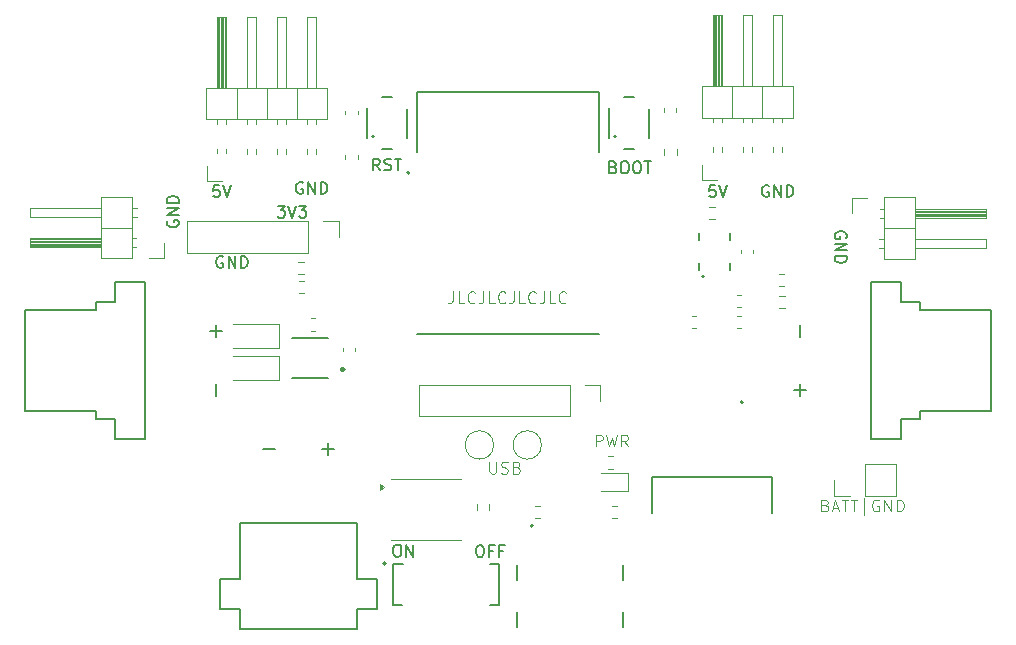
<source format=gbr>
%TF.GenerationSoftware,KiCad,Pcbnew,8.0.5*%
%TF.CreationDate,2024-10-31T19:08:10-07:00*%
%TF.ProjectId,PIG-19,5049472d-3139-42e6-9b69-6361645f7063,rev?*%
%TF.SameCoordinates,Original*%
%TF.FileFunction,Legend,Top*%
%TF.FilePolarity,Positive*%
%FSLAX46Y46*%
G04 Gerber Fmt 4.6, Leading zero omitted, Abs format (unit mm)*
G04 Created by KiCad (PCBNEW 8.0.5) date 2024-10-31 19:08:10*
%MOMM*%
%LPD*%
G01*
G04 APERTURE LIST*
%ADD10C,0.100000*%
%ADD11C,0.150000*%
%ADD12C,0.120000*%
%ADD13C,0.200000*%
%ADD14C,0.127000*%
%ADD15C,0.250000*%
G04 APERTURE END LIST*
D10*
X186737217Y-90348609D02*
X186880074Y-90396228D01*
X186880074Y-90396228D02*
X186927693Y-90443847D01*
X186927693Y-90443847D02*
X186975312Y-90539085D01*
X186975312Y-90539085D02*
X186975312Y-90681942D01*
X186975312Y-90681942D02*
X186927693Y-90777180D01*
X186927693Y-90777180D02*
X186880074Y-90824800D01*
X186880074Y-90824800D02*
X186784836Y-90872419D01*
X186784836Y-90872419D02*
X186403884Y-90872419D01*
X186403884Y-90872419D02*
X186403884Y-89872419D01*
X186403884Y-89872419D02*
X186737217Y-89872419D01*
X186737217Y-89872419D02*
X186832455Y-89920038D01*
X186832455Y-89920038D02*
X186880074Y-89967657D01*
X186880074Y-89967657D02*
X186927693Y-90062895D01*
X186927693Y-90062895D02*
X186927693Y-90158133D01*
X186927693Y-90158133D02*
X186880074Y-90253371D01*
X186880074Y-90253371D02*
X186832455Y-90300990D01*
X186832455Y-90300990D02*
X186737217Y-90348609D01*
X186737217Y-90348609D02*
X186403884Y-90348609D01*
X187356265Y-90586704D02*
X187832455Y-90586704D01*
X187261027Y-90872419D02*
X187594360Y-89872419D01*
X187594360Y-89872419D02*
X187927693Y-90872419D01*
X188118170Y-89872419D02*
X188689598Y-89872419D01*
X188403884Y-90872419D02*
X188403884Y-89872419D01*
X188880075Y-89872419D02*
X189451503Y-89872419D01*
X189165789Y-90872419D02*
X189165789Y-89872419D01*
X190022932Y-91205752D02*
X190022932Y-89777180D01*
X191261027Y-89920038D02*
X191165789Y-89872419D01*
X191165789Y-89872419D02*
X191022932Y-89872419D01*
X191022932Y-89872419D02*
X190880075Y-89920038D01*
X190880075Y-89920038D02*
X190784837Y-90015276D01*
X190784837Y-90015276D02*
X190737218Y-90110514D01*
X190737218Y-90110514D02*
X190689599Y-90300990D01*
X190689599Y-90300990D02*
X190689599Y-90443847D01*
X190689599Y-90443847D02*
X190737218Y-90634323D01*
X190737218Y-90634323D02*
X190784837Y-90729561D01*
X190784837Y-90729561D02*
X190880075Y-90824800D01*
X190880075Y-90824800D02*
X191022932Y-90872419D01*
X191022932Y-90872419D02*
X191118170Y-90872419D01*
X191118170Y-90872419D02*
X191261027Y-90824800D01*
X191261027Y-90824800D02*
X191308646Y-90777180D01*
X191308646Y-90777180D02*
X191308646Y-90443847D01*
X191308646Y-90443847D02*
X191118170Y-90443847D01*
X191737218Y-90872419D02*
X191737218Y-89872419D01*
X191737218Y-89872419D02*
X192308646Y-90872419D01*
X192308646Y-90872419D02*
X192308646Y-89872419D01*
X192784837Y-90872419D02*
X192784837Y-89872419D01*
X192784837Y-89872419D02*
X193022932Y-89872419D01*
X193022932Y-89872419D02*
X193165789Y-89920038D01*
X193165789Y-89920038D02*
X193261027Y-90015276D01*
X193261027Y-90015276D02*
X193308646Y-90110514D01*
X193308646Y-90110514D02*
X193356265Y-90300990D01*
X193356265Y-90300990D02*
X193356265Y-90443847D01*
X193356265Y-90443847D02*
X193308646Y-90634323D01*
X193308646Y-90634323D02*
X193261027Y-90729561D01*
X193261027Y-90729561D02*
X193165789Y-90824800D01*
X193165789Y-90824800D02*
X193022932Y-90872419D01*
X193022932Y-90872419D02*
X192784837Y-90872419D01*
D11*
X135434924Y-63247337D02*
X134958734Y-63247337D01*
X134958734Y-63247337D02*
X134911115Y-63723527D01*
X134911115Y-63723527D02*
X134958734Y-63675908D01*
X134958734Y-63675908D02*
X135053972Y-63628289D01*
X135053972Y-63628289D02*
X135292067Y-63628289D01*
X135292067Y-63628289D02*
X135387305Y-63675908D01*
X135387305Y-63675908D02*
X135434924Y-63723527D01*
X135434924Y-63723527D02*
X135482543Y-63818765D01*
X135482543Y-63818765D02*
X135482543Y-64056860D01*
X135482543Y-64056860D02*
X135434924Y-64152098D01*
X135434924Y-64152098D02*
X135387305Y-64199718D01*
X135387305Y-64199718D02*
X135292067Y-64247337D01*
X135292067Y-64247337D02*
X135053972Y-64247337D01*
X135053972Y-64247337D02*
X134958734Y-64199718D01*
X134958734Y-64199718D02*
X134911115Y-64152098D01*
X135768258Y-63247337D02*
X136101591Y-64247337D01*
X136101591Y-64247337D02*
X136434924Y-63247337D01*
X142482543Y-63044956D02*
X142387305Y-62997337D01*
X142387305Y-62997337D02*
X142244448Y-62997337D01*
X142244448Y-62997337D02*
X142101591Y-63044956D01*
X142101591Y-63044956D02*
X142006353Y-63140194D01*
X142006353Y-63140194D02*
X141958734Y-63235432D01*
X141958734Y-63235432D02*
X141911115Y-63425908D01*
X141911115Y-63425908D02*
X141911115Y-63568765D01*
X141911115Y-63568765D02*
X141958734Y-63759241D01*
X141958734Y-63759241D02*
X142006353Y-63854479D01*
X142006353Y-63854479D02*
X142101591Y-63949718D01*
X142101591Y-63949718D02*
X142244448Y-63997337D01*
X142244448Y-63997337D02*
X142339686Y-63997337D01*
X142339686Y-63997337D02*
X142482543Y-63949718D01*
X142482543Y-63949718D02*
X142530162Y-63902098D01*
X142530162Y-63902098D02*
X142530162Y-63568765D01*
X142530162Y-63568765D02*
X142339686Y-63568765D01*
X142958734Y-63997337D02*
X142958734Y-62997337D01*
X142958734Y-62997337D02*
X143530162Y-63997337D01*
X143530162Y-63997337D02*
X143530162Y-62997337D01*
X144006353Y-63997337D02*
X144006353Y-62997337D01*
X144006353Y-62997337D02*
X144244448Y-62997337D01*
X144244448Y-62997337D02*
X144387305Y-63044956D01*
X144387305Y-63044956D02*
X144482543Y-63140194D01*
X144482543Y-63140194D02*
X144530162Y-63235432D01*
X144530162Y-63235432D02*
X144577781Y-63425908D01*
X144577781Y-63425908D02*
X144577781Y-63568765D01*
X144577781Y-63568765D02*
X144530162Y-63759241D01*
X144530162Y-63759241D02*
X144482543Y-63854479D01*
X144482543Y-63854479D02*
X144387305Y-63949718D01*
X144387305Y-63949718D02*
X144244448Y-63997337D01*
X144244448Y-63997337D02*
X144006353Y-63997337D01*
X168792067Y-61723527D02*
X168934924Y-61771146D01*
X168934924Y-61771146D02*
X168982543Y-61818765D01*
X168982543Y-61818765D02*
X169030162Y-61914003D01*
X169030162Y-61914003D02*
X169030162Y-62056860D01*
X169030162Y-62056860D02*
X168982543Y-62152098D01*
X168982543Y-62152098D02*
X168934924Y-62199718D01*
X168934924Y-62199718D02*
X168839686Y-62247337D01*
X168839686Y-62247337D02*
X168458734Y-62247337D01*
X168458734Y-62247337D02*
X168458734Y-61247337D01*
X168458734Y-61247337D02*
X168792067Y-61247337D01*
X168792067Y-61247337D02*
X168887305Y-61294956D01*
X168887305Y-61294956D02*
X168934924Y-61342575D01*
X168934924Y-61342575D02*
X168982543Y-61437813D01*
X168982543Y-61437813D02*
X168982543Y-61533051D01*
X168982543Y-61533051D02*
X168934924Y-61628289D01*
X168934924Y-61628289D02*
X168887305Y-61675908D01*
X168887305Y-61675908D02*
X168792067Y-61723527D01*
X168792067Y-61723527D02*
X168458734Y-61723527D01*
X169649210Y-61247337D02*
X169839686Y-61247337D01*
X169839686Y-61247337D02*
X169934924Y-61294956D01*
X169934924Y-61294956D02*
X170030162Y-61390194D01*
X170030162Y-61390194D02*
X170077781Y-61580670D01*
X170077781Y-61580670D02*
X170077781Y-61914003D01*
X170077781Y-61914003D02*
X170030162Y-62104479D01*
X170030162Y-62104479D02*
X169934924Y-62199718D01*
X169934924Y-62199718D02*
X169839686Y-62247337D01*
X169839686Y-62247337D02*
X169649210Y-62247337D01*
X169649210Y-62247337D02*
X169553972Y-62199718D01*
X169553972Y-62199718D02*
X169458734Y-62104479D01*
X169458734Y-62104479D02*
X169411115Y-61914003D01*
X169411115Y-61914003D02*
X169411115Y-61580670D01*
X169411115Y-61580670D02*
X169458734Y-61390194D01*
X169458734Y-61390194D02*
X169553972Y-61294956D01*
X169553972Y-61294956D02*
X169649210Y-61247337D01*
X170696829Y-61247337D02*
X170887305Y-61247337D01*
X170887305Y-61247337D02*
X170982543Y-61294956D01*
X170982543Y-61294956D02*
X171077781Y-61390194D01*
X171077781Y-61390194D02*
X171125400Y-61580670D01*
X171125400Y-61580670D02*
X171125400Y-61914003D01*
X171125400Y-61914003D02*
X171077781Y-62104479D01*
X171077781Y-62104479D02*
X170982543Y-62199718D01*
X170982543Y-62199718D02*
X170887305Y-62247337D01*
X170887305Y-62247337D02*
X170696829Y-62247337D01*
X170696829Y-62247337D02*
X170601591Y-62199718D01*
X170601591Y-62199718D02*
X170506353Y-62104479D01*
X170506353Y-62104479D02*
X170458734Y-61914003D01*
X170458734Y-61914003D02*
X170458734Y-61580670D01*
X170458734Y-61580670D02*
X170506353Y-61390194D01*
X170506353Y-61390194D02*
X170601591Y-61294956D01*
X170601591Y-61294956D02*
X170696829Y-61247337D01*
X171411115Y-61247337D02*
X171982543Y-61247337D01*
X171696829Y-62247337D02*
X171696829Y-61247337D01*
X135732543Y-69294956D02*
X135637305Y-69247337D01*
X135637305Y-69247337D02*
X135494448Y-69247337D01*
X135494448Y-69247337D02*
X135351591Y-69294956D01*
X135351591Y-69294956D02*
X135256353Y-69390194D01*
X135256353Y-69390194D02*
X135208734Y-69485432D01*
X135208734Y-69485432D02*
X135161115Y-69675908D01*
X135161115Y-69675908D02*
X135161115Y-69818765D01*
X135161115Y-69818765D02*
X135208734Y-70009241D01*
X135208734Y-70009241D02*
X135256353Y-70104479D01*
X135256353Y-70104479D02*
X135351591Y-70199718D01*
X135351591Y-70199718D02*
X135494448Y-70247337D01*
X135494448Y-70247337D02*
X135589686Y-70247337D01*
X135589686Y-70247337D02*
X135732543Y-70199718D01*
X135732543Y-70199718D02*
X135780162Y-70152098D01*
X135780162Y-70152098D02*
X135780162Y-69818765D01*
X135780162Y-69818765D02*
X135589686Y-69818765D01*
X136208734Y-70247337D02*
X136208734Y-69247337D01*
X136208734Y-69247337D02*
X136780162Y-70247337D01*
X136780162Y-70247337D02*
X136780162Y-69247337D01*
X137256353Y-70247337D02*
X137256353Y-69247337D01*
X137256353Y-69247337D02*
X137494448Y-69247337D01*
X137494448Y-69247337D02*
X137637305Y-69294956D01*
X137637305Y-69294956D02*
X137732543Y-69390194D01*
X137732543Y-69390194D02*
X137780162Y-69485432D01*
X137780162Y-69485432D02*
X137827781Y-69675908D01*
X137827781Y-69675908D02*
X137827781Y-69818765D01*
X137827781Y-69818765D02*
X137780162Y-70009241D01*
X137780162Y-70009241D02*
X137732543Y-70104479D01*
X137732543Y-70104479D02*
X137637305Y-70199718D01*
X137637305Y-70199718D02*
X137494448Y-70247337D01*
X137494448Y-70247337D02*
X137256353Y-70247337D01*
X188501575Y-67737545D02*
X188549194Y-67642307D01*
X188549194Y-67642307D02*
X188549194Y-67499450D01*
X188549194Y-67499450D02*
X188501575Y-67356593D01*
X188501575Y-67356593D02*
X188406337Y-67261355D01*
X188406337Y-67261355D02*
X188311099Y-67213736D01*
X188311099Y-67213736D02*
X188120623Y-67166117D01*
X188120623Y-67166117D02*
X187977766Y-67166117D01*
X187977766Y-67166117D02*
X187787290Y-67213736D01*
X187787290Y-67213736D02*
X187692052Y-67261355D01*
X187692052Y-67261355D02*
X187596814Y-67356593D01*
X187596814Y-67356593D02*
X187549194Y-67499450D01*
X187549194Y-67499450D02*
X187549194Y-67594688D01*
X187549194Y-67594688D02*
X187596814Y-67737545D01*
X187596814Y-67737545D02*
X187644433Y-67785164D01*
X187644433Y-67785164D02*
X187977766Y-67785164D01*
X187977766Y-67785164D02*
X187977766Y-67594688D01*
X187549194Y-68213736D02*
X188549194Y-68213736D01*
X188549194Y-68213736D02*
X187549194Y-68785164D01*
X187549194Y-68785164D02*
X188549194Y-68785164D01*
X187549194Y-69261355D02*
X188549194Y-69261355D01*
X188549194Y-69261355D02*
X188549194Y-69499450D01*
X188549194Y-69499450D02*
X188501575Y-69642307D01*
X188501575Y-69642307D02*
X188406337Y-69737545D01*
X188406337Y-69737545D02*
X188311099Y-69785164D01*
X188311099Y-69785164D02*
X188120623Y-69832783D01*
X188120623Y-69832783D02*
X187977766Y-69832783D01*
X187977766Y-69832783D02*
X187787290Y-69785164D01*
X187787290Y-69785164D02*
X187692052Y-69737545D01*
X187692052Y-69737545D02*
X187596814Y-69642307D01*
X187596814Y-69642307D02*
X187549194Y-69499450D01*
X187549194Y-69499450D02*
X187549194Y-69261355D01*
D10*
X167303884Y-85372419D02*
X167303884Y-84372419D01*
X167303884Y-84372419D02*
X167684836Y-84372419D01*
X167684836Y-84372419D02*
X167780074Y-84420038D01*
X167780074Y-84420038D02*
X167827693Y-84467657D01*
X167827693Y-84467657D02*
X167875312Y-84562895D01*
X167875312Y-84562895D02*
X167875312Y-84705752D01*
X167875312Y-84705752D02*
X167827693Y-84800990D01*
X167827693Y-84800990D02*
X167780074Y-84848609D01*
X167780074Y-84848609D02*
X167684836Y-84896228D01*
X167684836Y-84896228D02*
X167303884Y-84896228D01*
X168208646Y-84372419D02*
X168446741Y-85372419D01*
X168446741Y-85372419D02*
X168637217Y-84658133D01*
X168637217Y-84658133D02*
X168827693Y-85372419D01*
X168827693Y-85372419D02*
X169065789Y-84372419D01*
X170018169Y-85372419D02*
X169684836Y-84896228D01*
X169446741Y-85372419D02*
X169446741Y-84372419D01*
X169446741Y-84372419D02*
X169827693Y-84372419D01*
X169827693Y-84372419D02*
X169922931Y-84420038D01*
X169922931Y-84420038D02*
X169970550Y-84467657D01*
X169970550Y-84467657D02*
X170018169Y-84562895D01*
X170018169Y-84562895D02*
X170018169Y-84705752D01*
X170018169Y-84705752D02*
X169970550Y-84800990D01*
X169970550Y-84800990D02*
X169922931Y-84848609D01*
X169922931Y-84848609D02*
X169827693Y-84896228D01*
X169827693Y-84896228D02*
X169446741Y-84896228D01*
D11*
X149030162Y-61997337D02*
X148696829Y-61521146D01*
X148458734Y-61997337D02*
X148458734Y-60997337D01*
X148458734Y-60997337D02*
X148839686Y-60997337D01*
X148839686Y-60997337D02*
X148934924Y-61044956D01*
X148934924Y-61044956D02*
X148982543Y-61092575D01*
X148982543Y-61092575D02*
X149030162Y-61187813D01*
X149030162Y-61187813D02*
X149030162Y-61330670D01*
X149030162Y-61330670D02*
X148982543Y-61425908D01*
X148982543Y-61425908D02*
X148934924Y-61473527D01*
X148934924Y-61473527D02*
X148839686Y-61521146D01*
X148839686Y-61521146D02*
X148458734Y-61521146D01*
X149411115Y-61949718D02*
X149553972Y-61997337D01*
X149553972Y-61997337D02*
X149792067Y-61997337D01*
X149792067Y-61997337D02*
X149887305Y-61949718D01*
X149887305Y-61949718D02*
X149934924Y-61902098D01*
X149934924Y-61902098D02*
X149982543Y-61806860D01*
X149982543Y-61806860D02*
X149982543Y-61711622D01*
X149982543Y-61711622D02*
X149934924Y-61616384D01*
X149934924Y-61616384D02*
X149887305Y-61568765D01*
X149887305Y-61568765D02*
X149792067Y-61521146D01*
X149792067Y-61521146D02*
X149601591Y-61473527D01*
X149601591Y-61473527D02*
X149506353Y-61425908D01*
X149506353Y-61425908D02*
X149458734Y-61378289D01*
X149458734Y-61378289D02*
X149411115Y-61283051D01*
X149411115Y-61283051D02*
X149411115Y-61187813D01*
X149411115Y-61187813D02*
X149458734Y-61092575D01*
X149458734Y-61092575D02*
X149506353Y-61044956D01*
X149506353Y-61044956D02*
X149601591Y-60997337D01*
X149601591Y-60997337D02*
X149839686Y-60997337D01*
X149839686Y-60997337D02*
X149982543Y-61044956D01*
X150268258Y-60997337D02*
X150839686Y-60997337D01*
X150553972Y-61997337D02*
X150553972Y-60997337D01*
X131039393Y-66266929D02*
X130991774Y-66362167D01*
X130991774Y-66362167D02*
X130991774Y-66505024D01*
X130991774Y-66505024D02*
X131039393Y-66647881D01*
X131039393Y-66647881D02*
X131134631Y-66743119D01*
X131134631Y-66743119D02*
X131229869Y-66790738D01*
X131229869Y-66790738D02*
X131420345Y-66838357D01*
X131420345Y-66838357D02*
X131563202Y-66838357D01*
X131563202Y-66838357D02*
X131753678Y-66790738D01*
X131753678Y-66790738D02*
X131848916Y-66743119D01*
X131848916Y-66743119D02*
X131944155Y-66647881D01*
X131944155Y-66647881D02*
X131991774Y-66505024D01*
X131991774Y-66505024D02*
X131991774Y-66409786D01*
X131991774Y-66409786D02*
X131944155Y-66266929D01*
X131944155Y-66266929D02*
X131896535Y-66219310D01*
X131896535Y-66219310D02*
X131563202Y-66219310D01*
X131563202Y-66219310D02*
X131563202Y-66409786D01*
X131991774Y-65790738D02*
X130991774Y-65790738D01*
X130991774Y-65790738D02*
X131991774Y-65219310D01*
X131991774Y-65219310D02*
X130991774Y-65219310D01*
X131991774Y-64743119D02*
X130991774Y-64743119D01*
X130991774Y-64743119D02*
X130991774Y-64505024D01*
X130991774Y-64505024D02*
X131039393Y-64362167D01*
X131039393Y-64362167D02*
X131134631Y-64266929D01*
X131134631Y-64266929D02*
X131229869Y-64219310D01*
X131229869Y-64219310D02*
X131420345Y-64171691D01*
X131420345Y-64171691D02*
X131563202Y-64171691D01*
X131563202Y-64171691D02*
X131753678Y-64219310D01*
X131753678Y-64219310D02*
X131848916Y-64266929D01*
X131848916Y-64266929D02*
X131944155Y-64362167D01*
X131944155Y-64362167D02*
X131991774Y-64505024D01*
X131991774Y-64505024D02*
X131991774Y-64743119D01*
X181935484Y-63295515D02*
X181840246Y-63247896D01*
X181840246Y-63247896D02*
X181697389Y-63247896D01*
X181697389Y-63247896D02*
X181554532Y-63295515D01*
X181554532Y-63295515D02*
X181459294Y-63390753D01*
X181459294Y-63390753D02*
X181411675Y-63485991D01*
X181411675Y-63485991D02*
X181364056Y-63676467D01*
X181364056Y-63676467D02*
X181364056Y-63819324D01*
X181364056Y-63819324D02*
X181411675Y-64009800D01*
X181411675Y-64009800D02*
X181459294Y-64105038D01*
X181459294Y-64105038D02*
X181554532Y-64200277D01*
X181554532Y-64200277D02*
X181697389Y-64247896D01*
X181697389Y-64247896D02*
X181792627Y-64247896D01*
X181792627Y-64247896D02*
X181935484Y-64200277D01*
X181935484Y-64200277D02*
X181983103Y-64152657D01*
X181983103Y-64152657D02*
X181983103Y-63819324D01*
X181983103Y-63819324D02*
X181792627Y-63819324D01*
X182411675Y-64247896D02*
X182411675Y-63247896D01*
X182411675Y-63247896D02*
X182983103Y-64247896D01*
X182983103Y-64247896D02*
X182983103Y-63247896D01*
X183459294Y-64247896D02*
X183459294Y-63247896D01*
X183459294Y-63247896D02*
X183697389Y-63247896D01*
X183697389Y-63247896D02*
X183840246Y-63295515D01*
X183840246Y-63295515D02*
X183935484Y-63390753D01*
X183935484Y-63390753D02*
X183983103Y-63485991D01*
X183983103Y-63485991D02*
X184030722Y-63676467D01*
X184030722Y-63676467D02*
X184030722Y-63819324D01*
X184030722Y-63819324D02*
X183983103Y-64009800D01*
X183983103Y-64009800D02*
X183935484Y-64105038D01*
X183935484Y-64105038D02*
X183840246Y-64200277D01*
X183840246Y-64200277D02*
X183697389Y-64247896D01*
X183697389Y-64247896D02*
X183459294Y-64247896D01*
X140363496Y-64997337D02*
X140982543Y-64997337D01*
X140982543Y-64997337D02*
X140649210Y-65378289D01*
X140649210Y-65378289D02*
X140792067Y-65378289D01*
X140792067Y-65378289D02*
X140887305Y-65425908D01*
X140887305Y-65425908D02*
X140934924Y-65473527D01*
X140934924Y-65473527D02*
X140982543Y-65568765D01*
X140982543Y-65568765D02*
X140982543Y-65806860D01*
X140982543Y-65806860D02*
X140934924Y-65902098D01*
X140934924Y-65902098D02*
X140887305Y-65949718D01*
X140887305Y-65949718D02*
X140792067Y-65997337D01*
X140792067Y-65997337D02*
X140506353Y-65997337D01*
X140506353Y-65997337D02*
X140411115Y-65949718D01*
X140411115Y-65949718D02*
X140363496Y-65902098D01*
X141268258Y-64997337D02*
X141601591Y-65997337D01*
X141601591Y-65997337D02*
X141934924Y-64997337D01*
X142173020Y-64997337D02*
X142792067Y-64997337D01*
X142792067Y-64997337D02*
X142458734Y-65378289D01*
X142458734Y-65378289D02*
X142601591Y-65378289D01*
X142601591Y-65378289D02*
X142696829Y-65425908D01*
X142696829Y-65425908D02*
X142744448Y-65473527D01*
X142744448Y-65473527D02*
X142792067Y-65568765D01*
X142792067Y-65568765D02*
X142792067Y-65806860D01*
X142792067Y-65806860D02*
X142744448Y-65902098D01*
X142744448Y-65902098D02*
X142696829Y-65949718D01*
X142696829Y-65949718D02*
X142601591Y-65997337D01*
X142601591Y-65997337D02*
X142315877Y-65997337D01*
X142315877Y-65997337D02*
X142220639Y-65949718D01*
X142220639Y-65949718D02*
X142173020Y-65902098D01*
D10*
X155211553Y-72249937D02*
X155211553Y-72964222D01*
X155211553Y-72964222D02*
X155163934Y-73107079D01*
X155163934Y-73107079D02*
X155068696Y-73202318D01*
X155068696Y-73202318D02*
X154925839Y-73249937D01*
X154925839Y-73249937D02*
X154830601Y-73249937D01*
X156163934Y-73249937D02*
X155687744Y-73249937D01*
X155687744Y-73249937D02*
X155687744Y-72249937D01*
X157068696Y-73154698D02*
X157021077Y-73202318D01*
X157021077Y-73202318D02*
X156878220Y-73249937D01*
X156878220Y-73249937D02*
X156782982Y-73249937D01*
X156782982Y-73249937D02*
X156640125Y-73202318D01*
X156640125Y-73202318D02*
X156544887Y-73107079D01*
X156544887Y-73107079D02*
X156497268Y-73011841D01*
X156497268Y-73011841D02*
X156449649Y-72821365D01*
X156449649Y-72821365D02*
X156449649Y-72678508D01*
X156449649Y-72678508D02*
X156497268Y-72488032D01*
X156497268Y-72488032D02*
X156544887Y-72392794D01*
X156544887Y-72392794D02*
X156640125Y-72297556D01*
X156640125Y-72297556D02*
X156782982Y-72249937D01*
X156782982Y-72249937D02*
X156878220Y-72249937D01*
X156878220Y-72249937D02*
X157021077Y-72297556D01*
X157021077Y-72297556D02*
X157068696Y-72345175D01*
X157782982Y-72249937D02*
X157782982Y-72964222D01*
X157782982Y-72964222D02*
X157735363Y-73107079D01*
X157735363Y-73107079D02*
X157640125Y-73202318D01*
X157640125Y-73202318D02*
X157497268Y-73249937D01*
X157497268Y-73249937D02*
X157402030Y-73249937D01*
X158735363Y-73249937D02*
X158259173Y-73249937D01*
X158259173Y-73249937D02*
X158259173Y-72249937D01*
X159640125Y-73154698D02*
X159592506Y-73202318D01*
X159592506Y-73202318D02*
X159449649Y-73249937D01*
X159449649Y-73249937D02*
X159354411Y-73249937D01*
X159354411Y-73249937D02*
X159211554Y-73202318D01*
X159211554Y-73202318D02*
X159116316Y-73107079D01*
X159116316Y-73107079D02*
X159068697Y-73011841D01*
X159068697Y-73011841D02*
X159021078Y-72821365D01*
X159021078Y-72821365D02*
X159021078Y-72678508D01*
X159021078Y-72678508D02*
X159068697Y-72488032D01*
X159068697Y-72488032D02*
X159116316Y-72392794D01*
X159116316Y-72392794D02*
X159211554Y-72297556D01*
X159211554Y-72297556D02*
X159354411Y-72249937D01*
X159354411Y-72249937D02*
X159449649Y-72249937D01*
X159449649Y-72249937D02*
X159592506Y-72297556D01*
X159592506Y-72297556D02*
X159640125Y-72345175D01*
X160354411Y-72249937D02*
X160354411Y-72964222D01*
X160354411Y-72964222D02*
X160306792Y-73107079D01*
X160306792Y-73107079D02*
X160211554Y-73202318D01*
X160211554Y-73202318D02*
X160068697Y-73249937D01*
X160068697Y-73249937D02*
X159973459Y-73249937D01*
X161306792Y-73249937D02*
X160830602Y-73249937D01*
X160830602Y-73249937D02*
X160830602Y-72249937D01*
X162211554Y-73154698D02*
X162163935Y-73202318D01*
X162163935Y-73202318D02*
X162021078Y-73249937D01*
X162021078Y-73249937D02*
X161925840Y-73249937D01*
X161925840Y-73249937D02*
X161782983Y-73202318D01*
X161782983Y-73202318D02*
X161687745Y-73107079D01*
X161687745Y-73107079D02*
X161640126Y-73011841D01*
X161640126Y-73011841D02*
X161592507Y-72821365D01*
X161592507Y-72821365D02*
X161592507Y-72678508D01*
X161592507Y-72678508D02*
X161640126Y-72488032D01*
X161640126Y-72488032D02*
X161687745Y-72392794D01*
X161687745Y-72392794D02*
X161782983Y-72297556D01*
X161782983Y-72297556D02*
X161925840Y-72249937D01*
X161925840Y-72249937D02*
X162021078Y-72249937D01*
X162021078Y-72249937D02*
X162163935Y-72297556D01*
X162163935Y-72297556D02*
X162211554Y-72345175D01*
X162925840Y-72249937D02*
X162925840Y-72964222D01*
X162925840Y-72964222D02*
X162878221Y-73107079D01*
X162878221Y-73107079D02*
X162782983Y-73202318D01*
X162782983Y-73202318D02*
X162640126Y-73249937D01*
X162640126Y-73249937D02*
X162544888Y-73249937D01*
X163878221Y-73249937D02*
X163402031Y-73249937D01*
X163402031Y-73249937D02*
X163402031Y-72249937D01*
X164782983Y-73154698D02*
X164735364Y-73202318D01*
X164735364Y-73202318D02*
X164592507Y-73249937D01*
X164592507Y-73249937D02*
X164497269Y-73249937D01*
X164497269Y-73249937D02*
X164354412Y-73202318D01*
X164354412Y-73202318D02*
X164259174Y-73107079D01*
X164259174Y-73107079D02*
X164211555Y-73011841D01*
X164211555Y-73011841D02*
X164163936Y-72821365D01*
X164163936Y-72821365D02*
X164163936Y-72678508D01*
X164163936Y-72678508D02*
X164211555Y-72488032D01*
X164211555Y-72488032D02*
X164259174Y-72392794D01*
X164259174Y-72392794D02*
X164354412Y-72297556D01*
X164354412Y-72297556D02*
X164497269Y-72249937D01*
X164497269Y-72249937D02*
X164592507Y-72249937D01*
X164592507Y-72249937D02*
X164735364Y-72297556D01*
X164735364Y-72297556D02*
X164782983Y-72345175D01*
D11*
X150399210Y-93697337D02*
X150589686Y-93697337D01*
X150589686Y-93697337D02*
X150684924Y-93744956D01*
X150684924Y-93744956D02*
X150780162Y-93840194D01*
X150780162Y-93840194D02*
X150827781Y-94030670D01*
X150827781Y-94030670D02*
X150827781Y-94364003D01*
X150827781Y-94364003D02*
X150780162Y-94554479D01*
X150780162Y-94554479D02*
X150684924Y-94649718D01*
X150684924Y-94649718D02*
X150589686Y-94697337D01*
X150589686Y-94697337D02*
X150399210Y-94697337D01*
X150399210Y-94697337D02*
X150303972Y-94649718D01*
X150303972Y-94649718D02*
X150208734Y-94554479D01*
X150208734Y-94554479D02*
X150161115Y-94364003D01*
X150161115Y-94364003D02*
X150161115Y-94030670D01*
X150161115Y-94030670D02*
X150208734Y-93840194D01*
X150208734Y-93840194D02*
X150303972Y-93744956D01*
X150303972Y-93744956D02*
X150399210Y-93697337D01*
X151256353Y-94697337D02*
X151256353Y-93697337D01*
X151256353Y-93697337D02*
X151827781Y-94697337D01*
X151827781Y-94697337D02*
X151827781Y-93697337D01*
D10*
X158303884Y-86672419D02*
X158303884Y-87481942D01*
X158303884Y-87481942D02*
X158351503Y-87577180D01*
X158351503Y-87577180D02*
X158399122Y-87624800D01*
X158399122Y-87624800D02*
X158494360Y-87672419D01*
X158494360Y-87672419D02*
X158684836Y-87672419D01*
X158684836Y-87672419D02*
X158780074Y-87624800D01*
X158780074Y-87624800D02*
X158827693Y-87577180D01*
X158827693Y-87577180D02*
X158875312Y-87481942D01*
X158875312Y-87481942D02*
X158875312Y-86672419D01*
X159303884Y-87624800D02*
X159446741Y-87672419D01*
X159446741Y-87672419D02*
X159684836Y-87672419D01*
X159684836Y-87672419D02*
X159780074Y-87624800D01*
X159780074Y-87624800D02*
X159827693Y-87577180D01*
X159827693Y-87577180D02*
X159875312Y-87481942D01*
X159875312Y-87481942D02*
X159875312Y-87386704D01*
X159875312Y-87386704D02*
X159827693Y-87291466D01*
X159827693Y-87291466D02*
X159780074Y-87243847D01*
X159780074Y-87243847D02*
X159684836Y-87196228D01*
X159684836Y-87196228D02*
X159494360Y-87148609D01*
X159494360Y-87148609D02*
X159399122Y-87100990D01*
X159399122Y-87100990D02*
X159351503Y-87053371D01*
X159351503Y-87053371D02*
X159303884Y-86958133D01*
X159303884Y-86958133D02*
X159303884Y-86862895D01*
X159303884Y-86862895D02*
X159351503Y-86767657D01*
X159351503Y-86767657D02*
X159399122Y-86720038D01*
X159399122Y-86720038D02*
X159494360Y-86672419D01*
X159494360Y-86672419D02*
X159732455Y-86672419D01*
X159732455Y-86672419D02*
X159875312Y-86720038D01*
X160637217Y-87148609D02*
X160780074Y-87196228D01*
X160780074Y-87196228D02*
X160827693Y-87243847D01*
X160827693Y-87243847D02*
X160875312Y-87339085D01*
X160875312Y-87339085D02*
X160875312Y-87481942D01*
X160875312Y-87481942D02*
X160827693Y-87577180D01*
X160827693Y-87577180D02*
X160780074Y-87624800D01*
X160780074Y-87624800D02*
X160684836Y-87672419D01*
X160684836Y-87672419D02*
X160303884Y-87672419D01*
X160303884Y-87672419D02*
X160303884Y-86672419D01*
X160303884Y-86672419D02*
X160637217Y-86672419D01*
X160637217Y-86672419D02*
X160732455Y-86720038D01*
X160732455Y-86720038D02*
X160780074Y-86767657D01*
X160780074Y-86767657D02*
X160827693Y-86862895D01*
X160827693Y-86862895D02*
X160827693Y-86958133D01*
X160827693Y-86958133D02*
X160780074Y-87053371D01*
X160780074Y-87053371D02*
X160732455Y-87100990D01*
X160732455Y-87100990D02*
X160637217Y-87148609D01*
X160637217Y-87148609D02*
X160303884Y-87148609D01*
D11*
X157399210Y-93747337D02*
X157589686Y-93747337D01*
X157589686Y-93747337D02*
X157684924Y-93794956D01*
X157684924Y-93794956D02*
X157780162Y-93890194D01*
X157780162Y-93890194D02*
X157827781Y-94080670D01*
X157827781Y-94080670D02*
X157827781Y-94414003D01*
X157827781Y-94414003D02*
X157780162Y-94604479D01*
X157780162Y-94604479D02*
X157684924Y-94699718D01*
X157684924Y-94699718D02*
X157589686Y-94747337D01*
X157589686Y-94747337D02*
X157399210Y-94747337D01*
X157399210Y-94747337D02*
X157303972Y-94699718D01*
X157303972Y-94699718D02*
X157208734Y-94604479D01*
X157208734Y-94604479D02*
X157161115Y-94414003D01*
X157161115Y-94414003D02*
X157161115Y-94080670D01*
X157161115Y-94080670D02*
X157208734Y-93890194D01*
X157208734Y-93890194D02*
X157303972Y-93794956D01*
X157303972Y-93794956D02*
X157399210Y-93747337D01*
X158589686Y-94223527D02*
X158256353Y-94223527D01*
X158256353Y-94747337D02*
X158256353Y-93747337D01*
X158256353Y-93747337D02*
X158732543Y-93747337D01*
X159446829Y-94223527D02*
X159113496Y-94223527D01*
X159113496Y-94747337D02*
X159113496Y-93747337D01*
X159113496Y-93747337D02*
X159589686Y-93747337D01*
X177434924Y-63247337D02*
X176958734Y-63247337D01*
X176958734Y-63247337D02*
X176911115Y-63723527D01*
X176911115Y-63723527D02*
X176958734Y-63675908D01*
X176958734Y-63675908D02*
X177053972Y-63628289D01*
X177053972Y-63628289D02*
X177292067Y-63628289D01*
X177292067Y-63628289D02*
X177387305Y-63675908D01*
X177387305Y-63675908D02*
X177434924Y-63723527D01*
X177434924Y-63723527D02*
X177482543Y-63818765D01*
X177482543Y-63818765D02*
X177482543Y-64056860D01*
X177482543Y-64056860D02*
X177434924Y-64152098D01*
X177434924Y-64152098D02*
X177387305Y-64199718D01*
X177387305Y-64199718D02*
X177292067Y-64247337D01*
X177292067Y-64247337D02*
X177053972Y-64247337D01*
X177053972Y-64247337D02*
X176958734Y-64199718D01*
X176958734Y-64199718D02*
X176911115Y-64152098D01*
X177768258Y-63247337D02*
X178101591Y-64247337D01*
X178101591Y-64247337D02*
X178434924Y-63247337D01*
D12*
%TO.C,J6*%
X119396955Y-65207518D02*
X125396955Y-65207518D01*
X119396955Y-65967518D02*
X119396955Y-65207518D01*
X119396955Y-67747518D02*
X125396955Y-67747518D01*
X119396955Y-68507518D02*
X119396955Y-67747518D01*
X125396955Y-64257518D02*
X125396955Y-69457518D01*
X125396955Y-65967518D02*
X119396955Y-65967518D01*
X125396955Y-67847518D02*
X119396955Y-67847518D01*
X125396955Y-67967518D02*
X119396955Y-67967518D01*
X125396955Y-68087518D02*
X119396955Y-68087518D01*
X125396955Y-68207518D02*
X119396955Y-68207518D01*
X125396955Y-68327518D02*
X119396955Y-68327518D01*
X125396955Y-68447518D02*
X119396955Y-68447518D01*
X125396955Y-68507518D02*
X119396955Y-68507518D01*
X125396955Y-69457518D02*
X128056955Y-69457518D01*
X128056955Y-64257518D02*
X125396955Y-64257518D01*
X128056955Y-66857518D02*
X125396955Y-66857518D01*
X128056955Y-69457518D02*
X128056955Y-64257518D01*
X128386955Y-67747518D02*
X128056955Y-67747518D01*
X128386955Y-68507518D02*
X128056955Y-68507518D01*
X128454026Y-65207518D02*
X128056955Y-65207518D01*
X128454026Y-65967518D02*
X128056955Y-65967518D01*
X130766955Y-68127518D02*
X130766955Y-69397518D01*
X130766955Y-69397518D02*
X129496955Y-69397518D01*
%TO.C,R9*%
X182784697Y-70755018D02*
X183259213Y-70755018D01*
X182784697Y-71800018D02*
X183259213Y-71800018D01*
%TO.C,R10*%
X142569213Y-69770018D02*
X142094697Y-69770018D01*
X142569213Y-70815018D02*
X142094697Y-70815018D01*
%TO.C,D2*%
X140481955Y-75000000D02*
X136621955Y-75000000D01*
X140481955Y-77000000D02*
X136621955Y-77000000D01*
X140481955Y-77000000D02*
X140481955Y-75000000D01*
%TO.C,R1*%
X168784213Y-86205018D02*
X168309697Y-86205018D01*
X168784213Y-87250018D02*
X168309697Y-87250018D01*
%TO.C,C2*%
X179562535Y-74367518D02*
X179281375Y-74367518D01*
X179562535Y-75387518D02*
X179281375Y-75387518D01*
%TO.C,Q1*%
X149986955Y-88172518D02*
X155876955Y-88172518D01*
X149986955Y-93312518D02*
X155876955Y-93312518D01*
X149356955Y-88817518D02*
X149026955Y-89057518D01*
X149026955Y-88577518D01*
X149356955Y-88817518D01*
G36*
X149356955Y-88817518D02*
G01*
X149026955Y-89057518D01*
X149026955Y-88577518D01*
X149356955Y-88817518D01*
G37*
%TO.C,R3*%
X173099455Y-60215260D02*
X173099455Y-60689776D01*
X174144455Y-60215260D02*
X174144455Y-60689776D01*
%TO.C,BNO1*%
X132706955Y-66297518D02*
X132706955Y-68957518D01*
X142926955Y-66297518D02*
X132706955Y-66297518D01*
X142926955Y-66297518D02*
X142926955Y-68957518D01*
X142926955Y-68957518D02*
X132706955Y-68957518D01*
X144196955Y-66297518D02*
X145526955Y-66297518D01*
X145526955Y-66297518D02*
X145526955Y-67627518D01*
%TO.C,R7*%
X176884697Y-65105018D02*
X177359213Y-65105018D01*
X176884697Y-66150018D02*
X177359213Y-66150018D01*
D13*
%TO.C,SW4*%
X168421955Y-59227518D02*
X168421955Y-56727518D01*
X169721955Y-55827518D02*
X170521955Y-55827518D01*
X169721955Y-60227518D02*
X170521955Y-60227518D01*
X171821955Y-59227518D02*
X171821955Y-56827518D01*
X169021955Y-59127518D02*
G75*
G02*
X168821955Y-59127518I-100000J0D01*
G01*
X168821955Y-59127518D02*
G75*
G02*
X169021955Y-59127518I100000J0D01*
G01*
%TO.C,SW1*%
X147921955Y-59227518D02*
X147921955Y-56727518D01*
X149221955Y-55827518D02*
X150021955Y-55827518D01*
X149221955Y-60227518D02*
X150021955Y-60227518D01*
X151321955Y-59227518D02*
X151321955Y-56827518D01*
X148521955Y-59127518D02*
G75*
G02*
X148321955Y-59127518I-100000J0D01*
G01*
X148321955Y-59127518D02*
G75*
G02*
X148521955Y-59127518I100000J0D01*
G01*
D12*
%TO.C,D1*%
X167784455Y-89112518D02*
X170069455Y-89112518D01*
X170069455Y-87642518D02*
X167784455Y-87642518D01*
X170069455Y-89112518D02*
X170069455Y-87642518D01*
%TO.C,R8*%
X183284213Y-72605018D02*
X182809697Y-72605018D01*
X183284213Y-73650018D02*
X182809697Y-73650018D01*
%TO.C,TP1*%
X158650000Y-85250000D02*
G75*
G02*
X156250000Y-85250000I-1200000J0D01*
G01*
X156250000Y-85250000D02*
G75*
G02*
X158650000Y-85250000I1200000J0D01*
G01*
%TO.C,C1*%
X143231375Y-74542517D02*
X143512535Y-74542517D01*
X143231375Y-75562517D02*
X143512535Y-75562517D01*
D14*
%TO.C,J2*%
X184621955Y-75127518D02*
X184621955Y-76127518D01*
X184621955Y-80127518D02*
X184621955Y-81127518D01*
X185121955Y-80627518D02*
X184121955Y-80627518D01*
X190621955Y-71477518D02*
X193121955Y-71477518D01*
X190621955Y-84777518D02*
X190621955Y-71477518D01*
X190621955Y-84777518D02*
X193121955Y-84777518D01*
X193121955Y-71477518D02*
X193121955Y-73177518D01*
X193121955Y-73177518D02*
X194771955Y-73177518D01*
X193121955Y-83077518D02*
X194771955Y-83077518D01*
X193121955Y-84777518D02*
X193121955Y-83077518D01*
X194771955Y-73177518D02*
X194771955Y-73857518D01*
X194771955Y-73857518D02*
X200771955Y-73857518D01*
X194771955Y-82397518D02*
X200771955Y-82397518D01*
X194771955Y-83077518D02*
X194771955Y-82397518D01*
X200771955Y-73857518D02*
X200771955Y-82397518D01*
D12*
%TO.C,C6*%
X145861955Y-77011938D02*
X145861955Y-77293098D01*
X146881955Y-77011938D02*
X146881955Y-77293098D01*
D14*
%TO.C,J9*%
X135471955Y-96621768D02*
X137171955Y-96621768D01*
X135471955Y-99121768D02*
X135471955Y-96621768D01*
X137171955Y-91821768D02*
X147071955Y-91821768D01*
X137171955Y-96621768D02*
X137171955Y-91821768D01*
X137171955Y-99121768D02*
X135471955Y-99121768D01*
X137171955Y-100821768D02*
X137171955Y-99121768D01*
X140121955Y-85621768D02*
X139121955Y-85621768D01*
X144621955Y-85121768D02*
X144621955Y-86121768D01*
X145121955Y-85621768D02*
X144121955Y-85621768D01*
X147071955Y-91821768D02*
X147071955Y-96621768D01*
X147071955Y-96621768D02*
X148771955Y-96621768D01*
X147071955Y-99121768D02*
X147071955Y-100821768D01*
X147071955Y-100821768D02*
X137171955Y-100821768D01*
X148771955Y-96621768D02*
X148771955Y-99121768D01*
X148771955Y-99121768D02*
X147071955Y-99121768D01*
D13*
%TO.C,J11*%
X160651955Y-95427518D02*
X160651955Y-96677518D01*
X160651955Y-99397518D02*
X160651955Y-100677518D01*
X169591955Y-95427518D02*
X169591955Y-96677518D01*
X169591955Y-100677518D02*
X169591955Y-99397518D01*
X161971955Y-92077518D02*
G75*
G02*
X161771955Y-92077518I-100000J0D01*
G01*
X161771955Y-92077518D02*
G75*
G02*
X161971955Y-92077518I100000J0D01*
G01*
D12*
%TO.C,C8*%
X179281375Y-72567518D02*
X179562535Y-72567518D01*
X179281375Y-73587518D02*
X179562535Y-73587518D01*
%TO.C,R5*%
X168634697Y-90405018D02*
X169109213Y-90405018D01*
X168634697Y-91450018D02*
X169109213Y-91450018D01*
%TO.C,LED1*%
X176266955Y-54887518D02*
X176266955Y-57547518D01*
X176266955Y-57547518D02*
X184006955Y-57547518D01*
X176326955Y-62797518D02*
X176326955Y-61527518D01*
X177216955Y-48887518D02*
X177976955Y-48887518D01*
X177216955Y-54887518D02*
X177216955Y-48887518D01*
X177216955Y-57944589D02*
X177216955Y-57547518D01*
X177216955Y-60417518D02*
X177216955Y-60030447D01*
X177276955Y-54887518D02*
X177276955Y-48887518D01*
X177396955Y-54887518D02*
X177396955Y-48887518D01*
X177516955Y-54887518D02*
X177516955Y-48887518D01*
X177596955Y-62797518D02*
X176326955Y-62797518D01*
X177636955Y-54887518D02*
X177636955Y-48887518D01*
X177756955Y-54887518D02*
X177756955Y-48887518D01*
X177876955Y-54887518D02*
X177876955Y-48887518D01*
X177976955Y-48887518D02*
X177976955Y-54887518D01*
X177976955Y-57944589D02*
X177976955Y-57547518D01*
X177976955Y-60417518D02*
X177976955Y-60030447D01*
X178866955Y-57547518D02*
X178866955Y-54887518D01*
X179756955Y-48887518D02*
X180516955Y-48887518D01*
X179756955Y-54887518D02*
X179756955Y-48887518D01*
X179756955Y-57944589D02*
X179756955Y-57547518D01*
X179756955Y-60484589D02*
X179756955Y-60030447D01*
X180516955Y-48887518D02*
X180516955Y-54887518D01*
X180516955Y-57944589D02*
X180516955Y-57547518D01*
X180516955Y-60484589D02*
X180516955Y-60030447D01*
X181406955Y-57547518D02*
X181406955Y-54887518D01*
X182296955Y-48887518D02*
X183056955Y-48887518D01*
X182296955Y-54887518D02*
X182296955Y-48887518D01*
X182296955Y-57944589D02*
X182296955Y-57547518D01*
X182296955Y-60484589D02*
X182296955Y-60030447D01*
X183056955Y-48887518D02*
X183056955Y-54887518D01*
X183056955Y-57944589D02*
X183056955Y-57547518D01*
X183056955Y-60484589D02*
X183056955Y-60030447D01*
X184006955Y-54887518D02*
X176266955Y-54887518D01*
X184006955Y-57547518D02*
X184006955Y-54887518D01*
D11*
%TO.C,LDO1*%
X144621955Y-76177519D02*
X141621955Y-76177519D01*
X144621955Y-79577517D02*
X141621955Y-79577517D01*
D15*
X146003021Y-78852517D02*
G75*
G02*
X145753019Y-78852517I-125001J0D01*
G01*
X145753019Y-78852517D02*
G75*
G02*
X146003021Y-78852517I125001J0D01*
G01*
D14*
%TO.C,MCU1*%
X152171955Y-55377518D02*
X167571955Y-55377518D01*
X152171955Y-60427518D02*
X152171955Y-55377518D01*
X167571955Y-55377518D02*
X167571955Y-60427518D01*
X167571955Y-75877518D02*
X152171955Y-75877518D01*
D13*
X151521955Y-62202518D02*
G75*
G02*
X151321955Y-62202518I-100000J0D01*
G01*
X151321955Y-62202518D02*
G75*
G02*
X151521955Y-62202518I100000J0D01*
G01*
D14*
%TO.C,SW3*%
X150121955Y-95327518D02*
X150121955Y-98827518D01*
X150121955Y-98827518D02*
X150921955Y-98827518D01*
X150971955Y-95327518D02*
X150121955Y-95327518D01*
X158321955Y-95327518D02*
X159121955Y-95327518D01*
X159121955Y-95327518D02*
X159121955Y-98827518D01*
X159121955Y-98827518D02*
X158321955Y-98827518D01*
D13*
X149541955Y-95277518D02*
G75*
G02*
X149301955Y-95277518I-120000J0D01*
G01*
X149301955Y-95277518D02*
G75*
G02*
X149541955Y-95277518I120000J0D01*
G01*
D12*
%TO.C,LM298NPWR1*%
X187495000Y-89530000D02*
X187495000Y-88200000D01*
X188825000Y-89530000D02*
X187495000Y-89530000D01*
X190095000Y-86870000D02*
X192695000Y-86870000D01*
X190095000Y-89530000D02*
X190095000Y-86870000D01*
X190095000Y-89530000D02*
X192695000Y-89530000D01*
X192695000Y-89530000D02*
X192695000Y-86870000D01*
%TO.C,RescueDCPin1*%
X152340000Y-80170000D02*
X152340000Y-82830000D01*
X165100000Y-80170000D02*
X152340000Y-80170000D01*
X165100000Y-80170000D02*
X165100000Y-82830000D01*
X165100000Y-82830000D02*
X152340000Y-82830000D01*
X166370000Y-80170000D02*
X167700000Y-80170000D01*
X167700000Y-80170000D02*
X167700000Y-81500000D01*
D14*
%TO.C,U1*%
X172041955Y-87999518D02*
X172041955Y-90997518D01*
X182201955Y-87999518D02*
X172041955Y-87999518D01*
X182201955Y-90997518D02*
X182201955Y-87999518D01*
D13*
X179761955Y-81647518D02*
G75*
G02*
X179561955Y-81647518I-100000J0D01*
G01*
X179561955Y-81647518D02*
G75*
G02*
X179761955Y-81647518I100000J0D01*
G01*
D12*
%TO.C,C4*%
X146111955Y-57243098D02*
X146111955Y-56961938D01*
X147131955Y-57243098D02*
X147131955Y-56961938D01*
%TO.C,C3*%
X173111955Y-56736938D02*
X173111955Y-57018098D01*
X174131955Y-56736938D02*
X174131955Y-57018098D01*
%TO.C,R6*%
X162609213Y-90405018D02*
X162134697Y-90405018D01*
X162609213Y-91450018D02*
X162134697Y-91450018D01*
%TO.C,J5*%
X188976955Y-64357518D02*
X190246955Y-64357518D01*
X188976955Y-65627518D02*
X188976955Y-64357518D01*
X191289884Y-67787518D02*
X191686955Y-67787518D01*
X191289884Y-68547518D02*
X191686955Y-68547518D01*
X191356955Y-65247518D02*
X191686955Y-65247518D01*
X191356955Y-66007518D02*
X191686955Y-66007518D01*
X191686955Y-64297518D02*
X191686955Y-69497518D01*
X191686955Y-66897518D02*
X194346955Y-66897518D01*
X191686955Y-69497518D02*
X194346955Y-69497518D01*
X194346955Y-64297518D02*
X191686955Y-64297518D01*
X194346955Y-65247518D02*
X200346955Y-65247518D01*
X194346955Y-65307518D02*
X200346955Y-65307518D01*
X194346955Y-65427518D02*
X200346955Y-65427518D01*
X194346955Y-65547518D02*
X200346955Y-65547518D01*
X194346955Y-65667518D02*
X200346955Y-65667518D01*
X194346955Y-65787518D02*
X200346955Y-65787518D01*
X194346955Y-65907518D02*
X200346955Y-65907518D01*
X194346955Y-67787518D02*
X200346955Y-67787518D01*
X194346955Y-69497518D02*
X194346955Y-64297518D01*
X200346955Y-65247518D02*
X200346955Y-66007518D01*
X200346955Y-66007518D02*
X194346955Y-66007518D01*
X200346955Y-67787518D02*
X200346955Y-68547518D01*
X200346955Y-68547518D02*
X194346955Y-68547518D01*
D14*
%TO.C,Accelerometer1*%
X176071955Y-67887518D02*
X176071955Y-67327518D01*
X176071955Y-69867518D02*
X176071955Y-70427518D01*
X178671955Y-67887518D02*
X178671955Y-67327518D01*
X178671955Y-70427518D02*
X178671955Y-69867518D01*
D13*
X176476955Y-70967518D02*
G75*
G02*
X176276955Y-70967518I-100000J0D01*
G01*
X176276955Y-70967518D02*
G75*
G02*
X176476955Y-70967518I100000J0D01*
G01*
D12*
%TO.C,TP2*%
X162700000Y-85250000D02*
G75*
G02*
X160300000Y-85250000I-1200000J0D01*
G01*
X160300000Y-85250000D02*
G75*
G02*
X162700000Y-85250000I1200000J0D01*
G01*
%TO.C,C5*%
X146111955Y-60736938D02*
X146111955Y-61018098D01*
X147131955Y-60736938D02*
X147131955Y-61018098D01*
%TO.C,USS1*%
X134291955Y-55027518D02*
X134291955Y-57687518D01*
X134291955Y-57687518D02*
X144571955Y-57687518D01*
X134351955Y-62937518D02*
X134351955Y-61667518D01*
X135241955Y-49027518D02*
X136001955Y-49027518D01*
X135241955Y-55027518D02*
X135241955Y-49027518D01*
X135241955Y-58084589D02*
X135241955Y-57687518D01*
X135241955Y-60557518D02*
X135241955Y-60170447D01*
X135301955Y-55027518D02*
X135301955Y-49027518D01*
X135421955Y-55027518D02*
X135421955Y-49027518D01*
X135541955Y-55027518D02*
X135541955Y-49027518D01*
X135621955Y-62937518D02*
X134351955Y-62937518D01*
X135661955Y-55027518D02*
X135661955Y-49027518D01*
X135781955Y-55027518D02*
X135781955Y-49027518D01*
X135901955Y-55027518D02*
X135901955Y-49027518D01*
X136001955Y-49027518D02*
X136001955Y-55027518D01*
X136001955Y-58084589D02*
X136001955Y-57687518D01*
X136001955Y-60557518D02*
X136001955Y-60170447D01*
X136891955Y-57687518D02*
X136891955Y-55027518D01*
X137781955Y-49027518D02*
X138541955Y-49027518D01*
X137781955Y-55027518D02*
X137781955Y-49027518D01*
X137781955Y-58084589D02*
X137781955Y-57687518D01*
X137781955Y-60624589D02*
X137781955Y-60170447D01*
X138541955Y-49027518D02*
X138541955Y-55027518D01*
X138541955Y-58084589D02*
X138541955Y-57687518D01*
X138541955Y-60624589D02*
X138541955Y-60170447D01*
X139431955Y-57687518D02*
X139431955Y-55027518D01*
X140321955Y-49027518D02*
X141081955Y-49027518D01*
X140321955Y-55027518D02*
X140321955Y-49027518D01*
X140321955Y-58084589D02*
X140321955Y-57687518D01*
X140321955Y-60624589D02*
X140321955Y-60170447D01*
X141081955Y-49027518D02*
X141081955Y-55027518D01*
X141081955Y-58084589D02*
X141081955Y-57687518D01*
X141081955Y-60624589D02*
X141081955Y-60170447D01*
X141971955Y-57687518D02*
X141971955Y-55027518D01*
X142861955Y-49027518D02*
X143621955Y-49027518D01*
X142861955Y-55027518D02*
X142861955Y-49027518D01*
X142861955Y-58084589D02*
X142861955Y-57687518D01*
X142861955Y-60624589D02*
X142861955Y-60170447D01*
X143621955Y-49027518D02*
X143621955Y-55027518D01*
X143621955Y-58084589D02*
X143621955Y-57687518D01*
X143621955Y-60624589D02*
X143621955Y-60170447D01*
X144571955Y-55027518D02*
X134291955Y-55027518D01*
X144571955Y-57687518D02*
X144571955Y-55027518D01*
%TO.C,D3*%
X140460000Y-77750000D02*
X136600000Y-77750000D01*
X140460000Y-79750000D02*
X136600000Y-79750000D01*
X140460000Y-79750000D02*
X140460000Y-77750000D01*
%TO.C,C9*%
X175481375Y-74367518D02*
X175762535Y-74367518D01*
X175481375Y-75387518D02*
X175762535Y-75387518D01*
%TO.C,R4*%
X142134697Y-71355018D02*
X142609213Y-71355018D01*
X142134697Y-72400018D02*
X142609213Y-72400018D01*
%TO.C,C7*%
X179611955Y-69018098D02*
X179611955Y-68736938D01*
X180631955Y-69018098D02*
X180631955Y-68736938D01*
%TO.C,R2*%
X157249455Y-90764776D02*
X157249455Y-90290260D01*
X158294455Y-90764776D02*
X158294455Y-90290260D01*
D14*
%TO.C,J1*%
X118971955Y-82397518D02*
X118971955Y-73857518D01*
X124971955Y-73177518D02*
X124971955Y-73857518D01*
X124971955Y-73857518D02*
X118971955Y-73857518D01*
X124971955Y-82397518D02*
X118971955Y-82397518D01*
X124971955Y-83077518D02*
X124971955Y-82397518D01*
X126621955Y-71477518D02*
X126621955Y-73177518D01*
X126621955Y-73177518D02*
X124971955Y-73177518D01*
X126621955Y-83077518D02*
X124971955Y-83077518D01*
X126621955Y-84777518D02*
X126621955Y-83077518D01*
X129121955Y-71477518D02*
X126621955Y-71477518D01*
X129121955Y-71477518D02*
X129121955Y-84777518D01*
X129121955Y-84777518D02*
X126621955Y-84777518D01*
X134621955Y-75627518D02*
X135621955Y-75627518D01*
X135121955Y-76127518D02*
X135121955Y-75127518D01*
X135121955Y-81127518D02*
X135121955Y-80127518D01*
%TD*%
M02*

</source>
